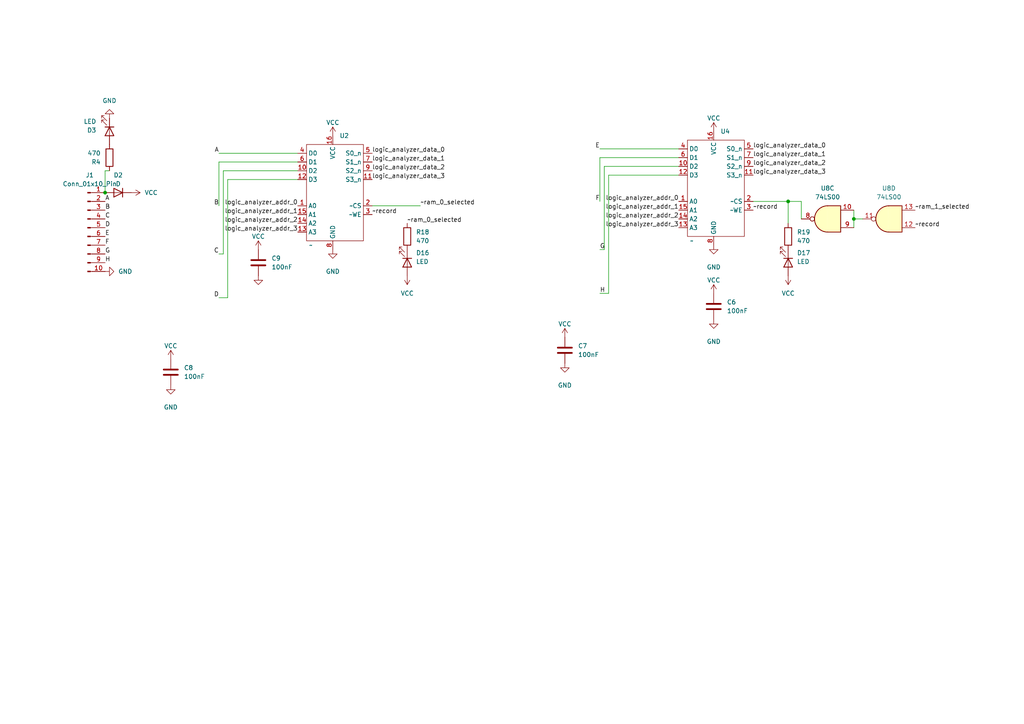
<source format=kicad_sch>
(kicad_sch (version 20230121) (generator eeschema)
  (paper "A4")
  (junction (at 44.45 -67.31))
  (junction (at 322.58 -30.48))
  (junction (at 255.27 -35.56))
  (junction (at 255.27 -43.18))
  (junction (at 228.6 58.42))
  (junction (at 64.77 -130.81))
  (junction (at 201.93 -33.02))
  (junction (at 44.45 -72.39))
  (junction (at 193.04 -43.18))
  (junction (at 44.45 -57.15))
  (junction (at 163.83 -110.49))
  (junction (at 247.65 63.5))
  (junction (at 312.42 -24.13))
  (junction (at 185.42 -33.02))
  (junction (at 255.27 -40.64))
  (junction (at 201.93 -35.56))
  (junction (at 182.88 -48.26))
  (junction (at 44.45 -69.85))
  (junction (at 255.27 -38.1))
  (junction (at 255.27 -45.72))
  (junction (at 184.15 -45.72))
  (junction (at 30.48 55.88))
  (junction (at 138.43 -35.56))
  (wire (pts (xy 255.27 -38.1) (xy 255.27 -35.56)))
  (wire (pts (xy 185.42 -35.56) (xy 185.42 -33.02)))
  (wire (pts (xy 64.77 73.66) (xy 64.77 49.53)))
  (wire (pts (xy 64.77 -130.81) (xy 67.31 -130.81)))
  (wire (pts (xy 255.27 -45.72) (xy 255.27 -43.18)))
  (wire (pts (xy 62.23 -130.81) (xy 64.77 -130.81)))
  (wire (pts (xy 152.4 -35.56) (xy 138.43 -35.56)))
  (wire (pts (xy 177.8 -48.26) (xy 182.88 -48.26)))
  (wire (pts (xy 322.58 -30.48) (xy 325.12 -30.48)))
  (wire (pts (xy 175.26 72.39) (xy 175.26 48.26)))
  (wire (pts (xy 30.48 55.88) (xy 30.48 49.53)))
  (wire (pts (xy 107.95 59.69) (xy 121.92 59.69)))
  (wire (pts (xy 175.26 -105.41) (xy 175.26 -95.25)))
  (wire (pts (xy 184.15 -45.72) (xy 201.93 -45.72)))
  (wire (pts (xy 177.8 -45.72) (xy 184.15 -45.72)))
  (wire (pts (xy 160.02 -110.49) (xy 163.83 -110.49)))
  (wire (pts (xy 63.5 73.66) (xy 64.77 73.66)))
  (wire (pts (xy 247.65 63.5) (xy 247.65 66.04)))
  (wire (pts (xy 201.93 -35.56) (xy 201.93 -38.1)))
  (wire (pts (xy 201.93 -33.02) (xy 201.93 -31.75)))
  (wire (pts (xy 74.93 -130.81) (xy 82.55 -130.81)))
  (wire (pts (xy 232.41 58.42) (xy 232.41 63.5)))
  (wire (pts (xy 309.88 -24.13) (xy 312.42 -24.13)))
  (wire (pts (xy 312.42 -24.13) (xy 314.96 -24.13)))
  (wire (pts (xy 173.99 45.72) (xy 196.85 45.72)))
  (wire (pts (xy 190.5 -107.95) (xy 208.28 -107.95)))
  (wire (pts (xy 175.26 48.26) (xy 196.85 48.26)))
  (wire (pts (xy 201.93 -31.75) (xy 193.04 -31.75)))
  (wire (pts (xy 138.43 -35.56) (xy 137.16 -35.56)))
  (wire (pts (xy 30.48 49.53) (xy 31.75 49.53)))
  (wire (pts (xy 247.65 60.96) (xy 247.65 63.5)))
  (wire (pts (xy 142.24 -30.48) (xy 142.24 -27.94)))
  (wire (pts (xy 193.04 -43.18) (xy 201.93 -43.18)))
  (wire (pts (xy 66.04 52.07) (xy 86.36 52.07)))
  (wire (pts (xy 228.6 58.42) (xy 228.6 64.77)))
  (wire (pts (xy 179.07 -38.1) (xy 179.07 -33.02)))
  (wire (pts (xy 63.5 46.99) (xy 86.36 46.99)))
  (wire (pts (xy 142.24 -30.48) (xy 152.4 -30.48)))
  (wire (pts (xy 44.45 -67.31) (xy 44.45 -64.77)))
  (wire (pts (xy 193.04 -43.18) (xy 193.04 -71.12)))
  (wire (pts (xy 255.27 -43.18) (xy 255.27 -40.64)))
  (wire (pts (xy 201.93 -38.1) (xy 179.07 -38.1)))
  (wire (pts (xy 322.58 -30.48) (xy 322.58 -29.21)))
  (wire (pts (xy 322.58 -31.75) (xy 322.58 -30.48)))
  (wire (pts (xy 173.99 43.18) (xy 196.85 43.18)))
  (wire (pts (xy 182.88 -48.26) (xy 201.93 -48.26)))
  (wire (pts (xy 218.44 58.42) (xy 228.6 58.42)))
  (wire (pts (xy 44.45 -57.15) (xy 44.45 -54.61)))
  (wire (pts (xy 44.45 -72.39) (xy 44.45 -69.85)))
  (wire (pts (xy 63.5 59.69) (xy 63.5 46.99)))
  (wire (pts (xy 255.27 -35.56) (xy 255.27 -33.02)))
  (wire (pts (xy 255.27 -48.26) (xy 255.27 -45.72)))
  (wire (pts (xy 247.65 63.5) (xy 250.19 63.5)))
  (wire (pts (xy 63.5 86.36) (xy 66.04 86.36)))
  (wire (pts (xy 255.27 -40.64) (xy 255.27 -38.1)))
  (wire (pts (xy 298.45 -24.13) (xy 302.26 -24.13)))
  (wire (pts (xy 64.77 49.53) (xy 86.36 49.53)))
  (wire (pts (xy 177.8 -43.18) (xy 193.04 -43.18)))
  (wire (pts (xy 176.53 50.8) (xy 196.85 50.8)))
  (wire (pts (xy 193.04 -31.75) (xy 193.04 -30.48)))
  (wire (pts (xy 182.88 -48.26) (xy 182.88 -71.12)))
  (wire (pts (xy 182.88 -71.12) (xy 179.07 -71.12)))
  (wire (pts (xy 228.6 58.42) (xy 232.41 58.42)))
  (wire (pts (xy 142.24 -27.94) (xy 138.43 -27.94)))
  (wire (pts (xy 63.5 44.45) (xy 86.36 44.45)))
  (wire (pts (xy 163.83 -110.49) (xy 175.26 -110.49)))
  (wire (pts (xy 184.15 -71.12) (xy 184.15 -45.72)))
  (wire (pts (xy 185.42 -33.02) (xy 185.42 -26.67)))
  (wire (pts (xy 173.99 85.09) (xy 176.53 85.09)))
  (wire (pts (xy 173.99 58.42) (xy 173.99 45.72)))
  (wire (pts (xy 176.53 85.09) (xy 176.53 50.8)))
  (wire (pts (xy 193.04 -71.12) (xy 196.85 -71.12)))
  (wire (pts (xy 44.45 -69.85) (xy 44.45 -67.31)))
  (wire (pts (xy 173.99 72.39) (xy 175.26 72.39)))
  (wire (pts (xy 66.04 86.36) (xy 66.04 52.07)))
  (wire (pts (xy 163.83 -110.49) (xy 163.83 -92.71)))
  (wire (pts (xy 184.15 -71.12) (xy 187.96 -71.12)))
  (text "Halt Latch. Flips once a rising edge \nhas been seen on the trigger and at \nleast 8 samples have been recorded." (at 200.66 -121.92 0) (effects (font (size 1.27 1.27)) (justify left bottom)))
  (text "Jumpers to manually\nchoose the select code\nfor this analyzer" (at 232.41 -22.86 0) (effects (font (size 1.27 1.27)) (justify left bottom)))
  (text "Record halt Forces the 74ls189 \nto stop writing new samples and\nprevents the trigger latch from\nclocking an additional trigger." (at 223.52 -91.44 0) (effects (font (size 1.27 1.27)) (justify left bottom)))
  (text "INPUTS\n-Eight logic probe inputs\n-Record Trigger Signal (into comparator with adj levels)\n\nCONTROL INPUTS\n-sample clock (tuned elsewhere for recording duration /speed\n-chainable serial interface to read from probe" (at -41.91 -74.93 0) (effects (font (size 1.27 1.27)) (justify left bottom)))
  (text "Trigger Latch. Reset by halt \nlatch to prevent further triggers." (at 138.43 -123.19 0) (effects (font (size 1.27 1.27)) (justify left bottom)))
  (text "Jumpers to select\nactive high or\nactive low execute\ncmd." (at 185.42 -13.97 0) (effects (font (size 1.27 1.27)) (justify left bottom)))
  (text "Serial Data output (open-drain)\n" (at 281.94 -60.96 0) (effects (font (size 1.27 1.27)) (justify left bottom)))
  (text "Im not certain if the 195\nrequires the j and k to\ngo high or just the j" (at 111.76 -27.94 0) (effects (font (size 1.27 1.27)) (justify left bottom)))
  (text "Three extra connections. \nVCC is diode-or from \nDUT or spi interface\n" (at 31.75 -118.11 0) (effects (font (size 1.27 1.27)) (justify left bottom)))
  (text "NAND gate here prevents the \nhalt latch from flipping \nuntil at least 8 samples \nhave been recorded.\n\nAdjust to bit 2 or 1 for\n4 or 2 sample mins." (at 168.91 -78.74 0) (effects (font (size 1.27 1.27)) (justify left bottom)))
  (text "note fet schematic symbol overriden to match footprint\n" (at 280.67 -57.15 0) (effects (font (size 1.27 1.27)) (justify left bottom)))
  (label "logic_analyzer_data_1" (at 107.95 46.99 0))
  (label "logic_analyzer_addr_1" (at 196.85 60.96 180))
  (label "s_clock" (at 62.23 -118.11 0))
  (label "~ram_1_selected" (at 177.8 -38.1 0))
  (label "clear_command" (at 227.33 -30.48 0))
  (label "G" (at 30.48 73.66 0))
  (label "rec_clock" (at 62.23 -113.03 0))
  (label "logic_analyzer_data_3" (at 152.4 -40.64 180))
  (label "logic_analyzer_addr_3" (at 86.36 67.31 180))
  (label "logic_analyzer_data_1" (at 152.4 -45.72 180))
  (label "~ram_0_selected" (at 205.74 -71.12 0))
  (label "logic_analyzer_addr_0" (at 69.85 -72.39 0))
  (label "logic_analyzer_addr_2" (at 196.85 63.5 180))
  (label "B" (at 30.48 60.96 0))
  (label "logic_analyzer_addr_2" (at 86.36 64.77 180))
  (label "s_cs" (at 185.42 -26.67 0))
  (label "clear_command" (at 283.21 -27.94 180))
  (label "~record_halt" (at 223.52 -105.41 0))
  (label "s_data_in" (at 62.23 -120.65 0))
  (label "rec_trig" (at 62.23 -110.49 0))
  (label "s_clock" (at 152.4 -33.02 180))
  (label "~ram_1_selected" (at 298.45 -24.13 180))
  (label "logic_analyzer_addr_0" (at 196.85 58.42 180))
  (label "~ram_0_selected" (at 118.11 64.77 0))
  (label "s_data_out" (at 62.23 -123.19 0))
  (label "s_data_in" (at 137.16 -35.56 180))
  (label "~record" (at 265.43 66.04 0))
  (label "logic_analyzer_data_0" (at 152.4 -48.26 180))
  (label "~record_halt" (at 152.4 -100.33 270))
  (label "G" (at 173.99 72.39 0))
  (label "~record" (at 223.52 -110.49 0))
  (label "logic_analyzer_addr_1" (at 86.36 62.23 180))
  (label "logic_analyzer_addr_3" (at 127 -78.74 90))
  (label "A" (at 30.48 58.42 0))
  (label "card_selected" (at 152.4 -25.4 180))
  (label "clear_command" (at 215.9 -100.33 270))
  (label "C" (at 30.48 63.5 0))
  (label "H" (at 30.48 76.2 0))
  (label "logic_analyzer_data_2" (at 218.44 48.26 0))
  (label "B" (at 63.5 59.69 180))
  (label "clear_command" (at 36.83 -46.99 180))
  (label "E" (at 30.48 68.58 0))
  (label "~record" (at 226.06 -88.9 0))
  (label "rec_clock" (at 44.45 -52.07 180))
  (label "~ram_1_selected" (at 265.43 60.96 0))
  (label "clear_command" (at 152.4 -22.86 180))
  (label "logic_analyzer_addr_1" (at 106.68 -78.74 90))
  (label "logic_analyzer_data_1" (at 218.44 45.72 0))
  (label "logic_analyzer_addr_2" (at 116.84 -78.74 90))
  (label "H" (at 173.99 85.09 0))
  (label "F" (at 173.99 58.42 180))
  (label "logic_analyzer_data_3" (at 218.44 50.8 0))
  (label "logic_analyzer_data_2" (at 152.4 -43.18 180))
  (label "card_selected" (at 255.27 -45.72 0))
  (label "rec_trig" (at 144.78 -107.95 180))
  (label "logic_analyzer_addr_0" (at 97.79 -78.74 90))
  (label "logic_analyzer_data_3" (at 107.95 52.07 0))
  (label "C" (at 63.5 73.66 180))
  (label "s_data_out" (at 325.12 -30.48 0))
  (label "logic_analyzer_addr_3" (at 69.85 -64.77 0))
  (label "card_selected" (at 273.05 -31.75 180))
  (label "~ram_0_selected" (at 121.92 59.69 0))
  (label "logic_analyzer_addr_1" (at 69.85 -69.85 0))
  (label "logic_analyzer_addr_0" (at 86.36 59.69 180))
  (label "~ram_0_selected" (at 177.8 -40.64 0))
  (label "D" (at 30.48 66.04 0))
  (label "logic_analyzer_addr_3" (at 196.85 66.04 180))
  (label "s_cs" (at 62.23 -115.57 0))
  (label "E" (at 173.99 43.18 180))
  (label "logic_analyzer_data_0" (at 218.44 43.18 0))
  (label "A" (at 63.5 44.45 180))
  (label "logic_analyzer_data_2" (at 107.95 49.53 0))
  (label "rec_trig" (at 143.51 -102.87 180))
  (label "logic_analyzer_addr_2" (at 69.85 -67.31 0))
  (label "~record" (at 218.44 60.96 0))
  (label "~record" (at 107.95 62.23 0))
  (label "D" (at 63.5 86.36 180))
  (label "F" (at 30.48 71.12 0))
  (label "logic_analyzer_addr_3" (at 175.26 -95.25 180))
  (label "logic_analyzer_data_0" (at 107.95 44.45 0))
  (symbol (lib_id "Device:R") (at 163.83 -88.9 180) (unit 1)
    (property "Reference" "R12" (at 166.37 -90.17 0) (effects (justify right)))
    (property "Value" "470" (at 166.37 -87.63 0) (effects (justify right)))
    (property "Footprint" "Resistor_SMD:R_0603_1608Metric_Pad0.98x0.95mm_HandSolder" (effects hide))
  )
  (symbol (lib_id "Device:C") (at 74.93 76.2 0) (unit 1)
    (property "Reference" "C9" (at 78.74 74.93 0) (effects (justify left)))
    (property "Value" "100nF" (at 78.74 77.47 0) (effects (justify left)))
    (property "Footprint" "Capacitor_THT:C_Disc_D4.7mm_W2.5mm_P5.00mm" (effects hide))
  )
  (symbol (lib_id "power:GND") (at 207.01 92.71 0) (unit 1)
    (property "Reference" "#PWR041" (effects hide))
    (property "Value" "GND" (at 207.01 99.06 0))
  )
  (symbol (lib_id "power:GND") (at 280.67 -97.79 0) (unit 1)
    (property "Reference" "#PWR019" (effects hide))
    (property "Value" "GND" (at 280.67 -91.44 0))
  )
  (symbol (lib_id "power:VCC") (at 283.21 -43.18 0) (unit 1)
    (property "Reference" "#PWR055" (effects hide))
    (property "Value" "VCC" (at 283.21 -49.53 0))
  )
  (symbol (lib_id "my parts:74ls189") (at 88.9 41.91 0) (unit 1)
    (property "Reference" "U2" (at 98.4759 39.37 0) (effects (justify left)))
    (property "Value" "~" (at 90.17 71.12 0))
    (property "Footprint" "Package_DIP:DIP-16_W7.62mm_Socket" (effects hide))
  )
  (symbol (lib_id "power:GND") (at 163.83 -77.47 0) (unit 1)
    (property "Reference" "#PWR060" (effects hide))
    (property "Value" "GND" (at 163.83 -72.39 0))
  )
  (symbol (lib_id "power:VCC") (at 44.45 -59.69 90) (unit 1)
    (property "Reference" "#PWR032" (effects hide))
    (property "Value" "VCC" (at 40.64 -59.69 90) (effects (justify left)))
  )
  (symbol (lib_id "Device:R") (at 106.68 -74.93 180) (unit 1)
    (property "Reference" "R15" (at 109.22 -76.2 0) (effects (justify right)))
    (property "Value" "470" (at 109.22 -73.66 0) (effects (justify right)))
    (property "Footprint" "Resistor_SMD:R_0603_1608Metric_Pad0.98x0.95mm_HandSolder" (effects hide))
  )
  (symbol (lib_id "power:VCC") (at 82.55 -120.65 0) (unit 1)
    (property "Reference" "#PWR052" (effects hide))
    (property "Value" "VCC" (at 82.55 -124.46 0))
  )
  (symbol (lib_id "power:GND") (at 82.55 -113.03 0) (unit 1)
    (property "Reference" "#PWR053" (effects hide))
    (property "Value" "GND" (at 82.55 -106.68 0))
  )
  (symbol (lib_id "power:GND") (at 322.58 -19.05 0) (unit 1)
    (property "Reference" "#PWR07" (effects hide))
    (property "Value" "GND" (at 322.58 -13.97 0))
  )
  (symbol (lib_id "power:GND") (at 207.01 71.12 0) (unit 1)
    (property "Reference" "#PWR012" (effects hide))
    (property "Value" "GND" (at 207.01 77.47 0))
  )
  (symbol (lib_id "power:VCC") (at 179.07 -25.4 180) (unit 1)
    (property "Reference" "#PWR069" (effects hide))
    (property "Value" "VCC" (at 179.07 -19.05 0))
  )
  (symbol (lib_id "power:GND") (at 74.93 80.01 0) (unit 1)
    (property "Reference" "#PWR037" (effects hide))
    (property "Value" "GND" (effects hide))
  )
  (symbol (lib_id "power:GND") (at 64.77 -146.05 180) (unit 1)
    (property "Reference" "#PWR08" (effects hide))
    (property "Value" "GND" (at 64.77 -151.13 0))
  )
  (symbol (lib_id "74xx:74LS00") (at 257.81 63.5 180) (unit 4)
    (property "Reference" "U8" (at 257.8183 54.61 0))
    (property "Value" "74LS00" (at 257.8183 57.15 0))
    (property "Footprint" "Package_DIP:DIP-14_W7.62mm" (effects hide))
    (property "Datasheet" "http://www.ti.com/lit/gpn/sn74ls00" (effects hide))
  )
  (symbol (lib_id "Device:R") (at 193.04 -26.67 180) (unit 1)
    (property "Reference" "R23" (at 195.58 -27.94 0) (effects (justify right)))
    (property "Value" "470" (at 195.58 -25.4 0) (effects (justify right)))
    (property "Footprint" "Resistor_SMD:R_0603_1608Metric_Pad0.98x0.95mm_HandSolder" (effects hide))
  )
  (symbol (lib_id "74xx:74LS195") (at 165.1 -35.56 0) (unit 1)
    (property "Reference" "U5" (at 167.0559 -54.61 0) (effects (justify left)))
    (property "Value" "74LS195" (at 167.0559 -52.07 0) (effects (justify left)))
    (property "Footprint" "Package_DIP:DIP-16_W7.62mm" (effects hide))
    (property "Datasheet" "http://www.ti.com/lit/gpn/sn74LS195" (effects hide))
  )
  (symbol (lib_id "Device:R") (at 40.64 -46.99 270) (unit 1)
    (property "Reference" "R21" (at 40.64 -52.07 90))
    (property "Value" "0" (at 40.64 -49.53 90))
    (property "Footprint" "Resistor_SMD:R_0603_1608Metric" (effects hide))
  )
  (symbol (lib_id "Device:LED") (at 205.74 -59.69 90) (unit 1)
    (property "Reference" "D9" (at 209.55 -59.3725 90) (effects (justify right)))
    (property "Value" "LED" (at 209.55 -56.8325 90) (effects (justify right)))
    (property "Footprint" "LED_SMD:LED_0603_1608Metric_Pad1.05x0.95mm_HandSolder" (effects hide))
  )
  (symbol (lib_id "Device:R") (at 64.77 -142.24 0) (unit 1)
    (property "Reference" "R20" (at 62.23 -140.97 0) (effects (justify right)))
    (property "Value" "470" (at 62.23 -143.51 0) (effects (justify right)))
    (property "Footprint" "Resistor_SMD:R_0603_1608Metric_Pad0.98x0.95mm_HandSolder" (effects hide))
  )
  (symbol (lib_id "power:VCC") (at 152.4 -115.57 0) (unit 1)
    (property "Reference" "#PWR023" (effects hide))
    (property "Value" "VCC" (at 152.4 -119.38 0))
  )
  (symbol (lib_id "power:GND") (at 205.74 -55.88 0) (unit 1)
    (property "Reference" "#PWR059" (effects hide))
    (property "Value" "GND" (at 205.74 -50.8 0))
  )
  (symbol (lib_id "Device:D") (at 34.29 55.88 180) (unit 1)
    (property "Reference" "D2" (at 34.29 50.8 0))
    (property "Value" "D" (at 34.29 53.34 0))
    (property "Footprint" "Diode_THT:D_DO-41_SOD81_P7.62mm_Horizontal" (effects hide))
    (property "Sim.Device" "D" (effects hide))
    (property "Sim.Pins" "1=K 2=A" (effects hide))
  )
  (symbol (lib_id "power:VCC") (at 280.67 -118.11 0) (unit 1)
    (property "Reference" "#PWR020" (effects hide))
    (property "Value" "VCC" (at 280.67 -121.92 0))
  )
  (symbol (lib_id "power:GND") (at 323.85 -99.06 0) (unit 1)
    (property "Reference" "#PWR051" (effects hide))
    (property "Value" "GND" (at 323.85 -92.71 0))
  )
  (symbol (lib_id "power:VCC") (at 96.52 39.37 0) (unit 1)
    (property "Reference" "#PWR05" (effects hide))
    (property "Value" "VCC" (at 96.52 35.56 0))
  )
  (symbol (lib_id "Connector:Conn_01x07_Pin") (at 232.41 -40.64 180) (unit 1)
    (property "Reference" "J3" (at 233.68 -41.91 0) (effects (justify right)))
    (property "Value" "Conn_01x07_Pin" (at 233.68 -39.37 0) (effects (justify right)))
    (property "Footprint" "Connector_PinHeader_2.54mm:PinHeader_1x07_P2.54mm_Vertical" (effects hide))
  )
  (symbol (lib_id "Device:R") (at 31.75 45.72 0) (unit 1)
    (property "Reference" "R4" (at 29.21 46.99 0) (effects (justify right)))
    (property "Value" "470" (at 29.21 44.45 0) (effects (justify right)))
    (property "Footprint" "Resistor_SMD:R_0603_1608Metric_Pad0.98x0.95mm_HandSolder" (effects hide))
  )
  (symbol (lib_id "power:VCC") (at 38.1 55.88 270) (unit 1)
    (property "Reference" "#PWR013" (effects hide))
    (property "Value" "VCC" (at 41.91 55.88 90) (effects (justify left)))
  )
  (symbol (lib_id "Device:LED") (at 97.79 -67.31 90) (unit 1)
    (property "Reference" "D12" (at 101.6 -66.9925 90) (effects (justify right)))
    (property "Value" "LED" (at 101.6 -64.4525 90) (effects (justify right)))
    (property "Footprint" "LED_SMD:LED_0603_1608Metric_Pad1.05x0.95mm_HandSolder" (effects hide))
  )
  (symbol (lib_id "power:VCC") (at 163.83 97.79 0) (unit 1)
    (property "Reference" "#PWR038" (effects hide))
    (property "Value" "VCC" (at 163.83 93.98 0))
  )
  (symbol (lib_id "Device:R") (at 127 -74.93 180) (unit 1)
    (property "Reference" "R17" (at 129.54 -76.2 0) (effects (justify right)))
    (property "Value" "470" (at 129.54 -73.66 0) (effects (justify right)))
    (property "Footprint" "Resistor_SMD:R_0603_1608Metric_Pad0.98x0.95mm_HandSolder" (effects hide))
  )
  (symbol (lib_id "power:VCC") (at 165.1 -55.88 0) (unit 1)
    (property "Reference" "#PWR015" (effects hide))
    (property "Value" "VCC" (at 165.1 -59.69 0))
  )
  (symbol (lib_id "power:GND") (at 201.93 -30.48 0) (unit 1)
    (property "Reference" "#PWR031" (effects hide))
    (property "Value" "GND" (at 201.93 -24.13 0))
  )
  (symbol (lib_id "Device:LED") (at 283.21 -39.37 90) (unit 1)
    (property "Reference" "D5" (at 280.67 -36.5125 90) (effects (justify left)))
    (property "Value" "LED" (at 280.67 -39.0525 90) (effects (justify left)))
    (property "Footprint" "LED_SMD:LED_0603_1608Metric_Pad1.05x0.95mm_HandSolder" (effects hide))
  )
  (symbol (lib_id "Connector:Conn_01x10_Pin") (at 57.15 -120.65 0) (unit 1)
    (property "Reference" "J2" (at 57.785 -135.89 0))
    (property "Value" "Conn_01x10_Pin" (at 57.785 -133.35 0))
    (property "Footprint" "Connector_PinHeader_2.54mm:PinHeader_1x10_P2.54mm_Vertical" (effects hide))
  )
  (symbol (lib_id "power:GND") (at 309.88 -41.91 0) (unit 1)
    (property "Reference" "#PWR02" (effects hide))
    (property "Value" "GND" (at 309.88 -36.83 0))
  )
  (symbol (lib_id "Connector:Conn_01x10_Pin") (at 25.4 66.04 0) (unit 1)
    (property "Reference" "J1" (at 26.035 50.8 0))
    (property "Value" "Conn_01x10_Pin" (at 26.035 53.34 0))
    (property "Footprint" "Connector_PinHeader_2.54mm:PinHeader_1x10_P2.54mm_Vertical" (effects hide))
  )
  (symbol (lib_id "power:GND") (at 127 -63.5 0) (unit 1)
    (property "Reference" "#PWR065" (effects hide))
    (property "Value" "GND" (at 127 -58.42 0))
  )
  (symbol (lib_id "Device:LED") (at 196.85 -59.69 90) (unit 1)
    (property "Reference" "D8" (at 200.66 -59.3725 90) (effects (justify right)))
    (property "Value" "LED" (at 200.66 -56.8325 90) (effects (justify right)))
    (property "Footprint" "LED_SMD:LED_0603_1608Metric_Pad1.05x0.95mm_HandSolder" (effects hide))
  )
  (symbol (lib_id "power:VCC") (at 57.15 -80.01 0) (unit 1)
    (property "Reference" "#PWR027" (effects hide))
    (property "Value" "VCC" (at 57.15 -83.82 0))
  )
  (symbol (lib_id "Device:R") (at 312.42 -20.32 180) (unit 1)
    (property "Reference" "R2" (at 314.96 -21.59 0) (effects (justify right)))
    (property "Value" "10k" (at 314.96 -19.05 0) (effects (justify right)))
    (property "Footprint" "Resistor_SMD:R_0603_1608Metric" (effects hide))
  )
  (symbol (lib_id "power:VCC") (at 228.6 80.01 180) (unit 1)
    (property "Reference" "#PWR066" (effects hide))
    (property "Value" "VCC" (at 228.6 85.09 0))
  )
  (symbol (lib_id "power:GND") (at 312.42 -16.51 0) (unit 1)
    (property "Reference" "#PWR03" (effects hide))
    (property "Value" "GND" (at 312.42 -11.43 0))
  )
  (symbol (lib_id "power:GND") (at 96.52 72.39 0) (unit 1)
    (property "Reference" "#PWR06" (effects hide))
    (property "Value" "GND" (at 96.52 78.74 0))
  )
  (symbol (lib_id "power:GND") (at 116.84 -63.5 0) (unit 1)
    (property "Reference" "#PWR064" (effects hide))
    (property "Value" "GND" (at 116.84 -58.42 0))
  )
  (symbol (lib_id "Device:R") (at 116.84 -74.93 180) (unit 1)
    (property "Reference" "R16" (at 119.38 -76.2 0) (effects (justify right)))
    (property "Value" "470" (at 119.38 -73.66 0) (effects (justify right)))
    (property "Footprint" "Resistor_SMD:R_0603_1608Metric_Pad0.98x0.95mm_HandSolder" (effects hide))
  )
  (symbol (lib_id "power:GND") (at 196.85 -55.88 0) (unit 1)
    (property "Reference" "#PWR058" (effects hide))
    (property "Value" "GND" (at 196.85 -50.8 0))
  )
  (symbol (lib_id "Device:LED") (at 226.06 -77.47 90) (unit 1)
    (property "Reference" "D11" (at 229.87 -77.1525 90) (effects (justify right)))
    (property "Value" "LED" (at 229.87 -74.6125 90) (effects (justify right)))
    (property "Footprint" "LED_SMD:LED_0603_1608Metric_Pad1.05x0.95mm_HandSolder" (effects hide))
  )
  (symbol (lib_id "Device:LED") (at 228.6 76.2 270) (unit 1)
    (property "Reference" "D17" (at 231.14 73.3425 90) (effects (justify left)))
    (property "Value" "LED" (at 231.14 75.8825 90) (effects (justify left)))
    (property "Footprint" "LED_SMD:LED_0603_1608Metric_Pad1.05x0.95mm_HandSolder" (effects hide))
  )
  (symbol (lib_id "Device:LED") (at 31.75 38.1 270) (unit 1)
    (property "Reference" "D3" (at 27.94 37.7825 90) (effects (justify right)))
    (property "Value" "LED" (at 27.94 35.2425 90) (effects (justify right)))
    (property "Footprint" "LED_SMD:LED_0603_1608Metric_Pad1.05x0.95mm_HandSolder" (effects hide))
  )
  (symbol (lib_id "power:VCC") (at 215.9 -115.57 0) (unit 1)
    (property "Reference" "#PWR030" (effects hide))
    (property "Value" "VCC" (at 215.9 -119.38 0))
  )
  (symbol (lib_id "power:GND") (at 193.04 -22.86 0) (unit 1)
    (property "Reference" "#PWR068" (effects hide))
    (property "Value" "GND" (at 193.04 -16.51 0))
  )
  (symbol (lib_id "Device:R") (at 226.06 -85.09 180) (unit 1)
    (property "Reference" "R13" (at 228.6 -86.36 0) (effects (justify right)))
    (property "Value" "470" (at 228.6 -83.82 0) (effects (justify right)))
    (property "Footprint" "Resistor_SMD:R_0603_1608Metric_Pad0.98x0.95mm_HandSolder" (effects hide))
  )
  (symbol (lib_id "Device:LED") (at 127 -67.31 90) (unit 1)
    (property "Reference" "D15" (at 130.81 -66.9925 90) (effects (justify right)))
    (property "Value" "LED" (at 130.81 -64.4525 90) (effects (justify right)))
    (property "Footprint" "LED_SMD:LED_0603_1608Metric_Pad1.05x0.95mm_HandSolder" (effects hide))
  )
  (symbol (lib_id "Device:R") (at 322.58 -35.56 180) (unit 1)
    (property "Reference" "R3" (at 325.12 -36.83 0) (effects (justify right)))
    (property "Value" "10k" (at 325.12 -34.29 0) (effects (justify right)))
    (property "Footprint" "Resistor_SMD:R_0603_1608Metric" (effects hide))
  )
  (symbol (lib_id "power:VCC") (at 207.01 85.09 0) (unit 1)
    (property "Reference" "#PWR040" (effects hide))
    (property "Value" "VCC" (at 207.01 81.28 0))
  )
  (symbol (lib_id "power:VCC") (at 214.63 -55.88 0) (unit 1)
    (property "Reference" "#PWR017" (effects hide))
    (property "Value" "VCC" (at 214.63 -59.69 0))
  )
  (symbol (lib_id "power:GND") (at 179.07 -55.88 0) (unit 1)
    (property "Reference" "#PWR056" (effects hide))
    (property "Value" "GND" (at 179.07 -50.8 0))
  )
  (symbol (lib_id "power:GND") (at 30.48 78.74 90) (unit 1)
    (property "Reference" "#PWR014" (effects hide))
    (property "Value" "GND" (at 34.29 78.74 90) (effects (justify right)))
  )
  (symbol (lib_id "Device:C") (at 207.01 88.9 0) (unit 1)
    (property "Reference" "C6" (at 210.82 87.63 0) (effects (justify left)))
    (property "Value" "100nF" (at 210.82 90.17 0) (effects (justify left)))
    (property "Footprint" "Capacitor_THT:C_Disc_D4.7mm_W2.5mm_P5.00mm" (effects hide))
  )
  (symbol (lib_id "Device:C") (at 265.43 -105.41 0) (unit 1)
    (property "Reference" "C4" (at 269.24 -106.68 0) (effects (justify left)))
    (property "Value" "100nF" (at 269.24 -104.14 0) (effects (justify left)))
    (property "Footprint" "Capacitor_THT:C_Disc_D4.7mm_W2.5mm_P5.00mm" (effects hide))
  )
  (symbol (lib_id "Device:C") (at 82.55 -116.84 0) (unit 1)
    (property "Reference" "C10" (at 86.36 -118.11 0) (effects (justify left)))
    (property "Value" "1uF" (at 86.36 -115.57 0) (effects (justify left)))
    (property "Footprint" "Capacitor_THT:C_Disc_D4.7mm_W2.5mm_P5.00mm" (effects hide))
  )
  (symbol (lib_id "Device:R") (at 97.79 -74.93 180) (unit 1)
    (property "Reference" "R14" (at 100.33 -76.2 0) (effects (justify right)))
    (property "Value" "470" (at 100.33 -73.66 0) (effects (justify right)))
    (property "Footprint" "Resistor_SMD:R_0603_1608Metric_Pad0.98x0.95mm_HandSolder" (effects hide))
  )
  (symbol (lib_id "power:GND") (at 226.06 -10.16 0) (unit 1)
    (property "Reference" "#PWR043" (effects hide))
    (property "Value" "GND" (at 226.06 -3.81 0))
  )
  (symbol (lib_id "power:VCC") (at 208.28 -110.49 90) (unit 1)
    (property "Reference" "#PWR029" (effects hide))
    (property "Value" "VCC" (at 204.47 -110.49 90) (effects (justify left)))
  )
  (symbol (lib_id "Device:LED") (at 187.96 -59.69 90) (unit 1)
    (property "Reference" "D7" (at 191.77 -59.3725 90) (effects (justify right)))
    (property "Value" "LED" (at 191.77 -56.8325 90) (effects (justify right)))
    (property "Footprint" "LED_SMD:LED_0603_1608Metric_Pad1.05x0.95mm_HandSolder" (effects hide))
  )
  (symbol (lib_id "Connector:Conn_01x02_Pin") (at 67.31 -125.73 180) (unit 1)
    (property "Reference" "J7" (at 68.58 -128.27 0) (effects (justify right)))
    (property "Value" "Conn_01x02_Pin" (at 68.58 -125.73 0) (effects (justify right)))
    (property "Footprint" "Connector_PinHeader_2.54mm:PinHeader_1x02_P2.54mm_Vertical" (effects hide))
  )
  (symbol (lib_id "Device:R") (at 118.11 68.58 180) (unit 1)
    (property "Reference" "R18" (at 120.65 67.31 0) (effects (justify right)))
    (property "Value" "470" (at 120.65 69.85 0) (effects (justify right)))
    (property "Footprint" "Resistor_SMD:R_0603_1608Metric_Pad0.98x0.95mm_HandSolder" (effects hide))
  )
  (symbol (lib_id "Device:C") (at 49.53 107.95 0) (unit 1)
    (property "Reference" "C8" (at 53.34 106.68 0) (effects (justify left)))
    (property "Value" "100nF" (at 53.34 109.22 0) (effects (justify left)))
    (property "Footprint" "Capacitor_THT:C_Disc_D4.7mm_W2.5mm_P5.00mm" (effects hide))
  )
  (symbol (lib_id "power:GND") (at 49.53 111.76 0) (unit 1)
    (property "Reference" "#PWR034" (effects hide))
    (property "Value" "GND" (at 49.53 118.11 0))
  )
  (symbol (lib_id "my parts:74ls189") (at 199.39 40.64 0) (unit 1)
    (property "Reference" "U4" (at 208.9659 38.1 0) (effects (justify left)))
    (property "Value" "~" (at 200.66 69.85 0))
    (property "Footprint" "Package_DIP:DIP-16_W7.62mm_Socket" (effects hide))
  )
  (symbol (lib_id "power:GND") (at 306.07 -95.25 0) (unit 1)
    (property "Reference" "#PWR025" (effects hide))
    (property "Value" "GND" (at 306.07 -88.9 0))
  )
  (symbol (lib_id "Device:LED") (at 273.05 -43.18 90) (unit 1)
    (property "Reference" "D4" (at 270.51 -40.3225 90) (effects (justify left)))
    (property "Value" "LED" (at 270.51 -42.8625 90) (effects (justify left)))
    (property "Footprint" "LED_SMD:LED_0603_1608Metric_Pad1.05x0.95mm_HandSolder" (effects hide))
  )
  (symbol (lib_id "Device:R") (at 306.07 -24.13 90) (unit 1)
    (property "Reference" "R1" (at 306.07 -30.48 90))
    (property "Value" "4.7" (at 306.07 -27.94 90))
    (property "Footprint" "Resistor_SMD:R_0603_1608Metric" (effects hide))
  )
  (symbol (lib_id "power:GND") (at 31.75 34.29 180) (unit 1)
    (property "Reference" "#PWR09" (effects hide))
    (property "Value" "GND" (at 31.75 29.21 0))
  )
  (symbol (lib_id "Device:R") (at 196.85 -67.31 180) (unit 1)
    (property "Reference" "R10" (at 199.39 -68.58 0) (effects (justify right)))
    (property "Value" "470" (at 199.39 -66.04 0) (effects (justify right)))
    (property "Footprint" "Resistor_SMD:R_0603_1608Metric_Pad0.98x0.95mm_HandSolder" (effects hide))
  )
  (symbol (lib_id "power:VCC") (at 176.53 -19.05 0) (unit 1)
    (property "Reference" "#PWR044" (effects hide))
    (property "Value" "VCC" (at 176.53 -22.86 0))
  )
  (symbol (lib_id "Device:LED") (at 106.68 -67.31 90) (unit 1)
    (property "Reference" "D13" (at 110.49 -66.9925 90) (effects (justify right)))
    (property "Value" "LED" (at 110.49 -64.4525 90) (effects (justify right)))
    (property "Footprint" "LED_SMD:LED_0603_1608Metric_Pad1.05x0.95mm_HandSolder" (effects hide))
  )
  (symbol (lib_id "power:VCC") (at 49.53 104.14 0) (unit 1)
    (property "Reference" "#PWR035" (effects hide))
    (property "Value" "VCC" (at 49.53 100.33 0))
  )
  (symbol (lib_id "power:VCC") (at 226.06 -17.78 0) (unit 1)
    (property "Reference" "#PWR042" (effects hide))
    (property "Value" "VCC" (at 226.06 -21.59 0))
  )
  (symbol (lib_id "power:GND") (at 226.06 -73.66 0) (unit 1)
    (property "Reference" "#PWR061" (effects hide))
    (property "Value" "GND" (at 226.06 -68.58 0))
  )
  (symbol (lib_id "power:GND") (at 97.79 -63.5 0) (unit 1)
    (property "Reference" "#PWR062" (effects hide))
    (property "Value" "GND" (at 97.79 -58.42 0))
  )
  (symbol (lib_id "power:VCC") (at 72.39 -48.26 0) (unit 1)
    (property "Reference" "#PWR046" (effects hide))
    (property "Value" "VCC" (at 72.39 -52.07 0))
  )
  (symbol (lib_id "power:GND") (at 214.63 -22.86 0) (unit 1)
    (property "Reference" "#PWR018" (effects hide))
    (property "Value" "GND" (at 214.63 -16.51 0))
  )
  (symbol (lib_id "power:GND") (at 62.23 -107.95 0) (unit 1)
    (property "Reference" "#PWR022" (effects hide))
    (property "Value" "GND" (at 62.23 -101.6 0))
  )
  (symbol (lib_id "power:VCC") (at 309.88 -49.53 0) (unit 1)
    (property "Reference" "#PWR01" (effects hide))
    (property "Value" "VCC" (at 309.88 -53.34 0))
  )
  (symbol (lib_id "Device:C") (at 323.85 -102.87 0) (unit 1)
    (property "Reference" "C5" (at 327.66 -104.14 0) (effects (justify left)))
    (property "Value" "100nF" (at 327.66 -101.6 0) (effects (justify left)))
    (property "Footprint" "Capacitor_THT:C_Disc_D4.7mm_W2.5mm_P5.00mm" (effects hide))
  )
  (symbol (lib_id "power:VCC") (at 207.01 38.1 0) (unit 1)
    (property "Reference" "#PWR011" (effects hide))
    (property "Value" "VCC" (at 207.01 34.29 0))
  )
  (symbol (lib_id "power:VCC") (at 44.45 -57.15 90) (unit 1)
    (property "Reference" "#PWR033" (effects hide))
    (property "Value" "VCC" (at 40.64 -57.15 90) (effects (justify left)))
  )
  (symbol (lib_id "Device:LED") (at 179.07 -59.69 90) (unit 1)
    (property "Reference" "D6" (at 182.88 -59.3725 90) (effects (justify right)))
    (property "Value" "LED" (at 182.88 -56.8325 90) (effects (justify right)))
    (property "Footprint" "LED_SMD:LED_0603_1608Metric_Pad1.05x0.95mm_HandSolder" (effects hide))
  )
  (symbol (lib_id "Device:R") (at 283.21 -31.75 0) (unit 1)
    (property "Reference" "R7" (at 280.67 -30.48 0) (effects (justify right)))
    (property "Value" "470" (at 280.67 -33.02 0) (effects (justify right)))
    (property "Footprint" "Resistor_SMD:R_0603_1608Metric_Pad0.98x0.95mm_HandSolder" (effects hide))
  )
  (symbol (lib_id "Device:LED") (at 64.77 -134.62 270) (unit 1)
    (property "Reference" "D18" (at 60.96 -134.9375 90) (effects (justify right)))
    (property "Value" "LED" (at 60.96 -137.4775 90) (effects (justify right)))
    (property "Footprint" "LED_SMD:LED_0603_1608Metric_Pad1.05x0.95mm_HandSolder" (effects hide))
  )
  (symbol (lib_id "power:GND") (at 44.45 -72.39 270) (unit 1)
    (property "Reference" "#PWR028" (effects hide))
    (property "Value" "GND" (at 40.64 -72.39 90) (effects (justify right)))
  )
  (symbol (lib_id "power:GND") (at 265.43 -101.6 0) (unit 1)
    (property "Reference" "#PWR049" (effects hide))
    (property "Value" "GND" (at 265.43 -95.25 0))
  )
  (symbol (lib_id "Device:C") (at 163.83 101.6 0) (unit 1)
    (property "Reference" "C7" (at 167.64 100.33 0) (effects (justify left)))
    (property "Value" "100nF" (at 167.64 102.87 0) (effects (justify left)))
    (property "Footprint" "Capacitor_THT:C_Disc_D4.7mm_W2.5mm_P5.00mm" (effects hide))
  )
  (symbol (lib_id "power:VCC") (at 306.07 -120.65 0) (unit 1)
    (property "Reference" "#PWR024" (effects hide))
    (property "Value" "VCC" (at 306.07 -124.46 0))
  )
  (symbol (lib_id "Connector:Conn_01x01_Pin") (at 138.43 -102.87 0) (unit 1)
    (property "Reference" "J8" (at 139.065 -106.68 0))
    (property "Value" "Conn_01x01_Pin" (at 139.065 -104.14 0))
    (property "Footprint" "Connector_PinHeader_2.54mm:PinHeader_1x01_P2.54mm_Vertical" (effects hide))
  )
  (symbol (lib_id "Device:D") (at 71.12 -130.81 180) (unit 1)
    (property "Reference" "D1" (at 71.12 -135.89 0))
    (property "Value" "D" (at 71.12 -133.35 0))
    (property "Footprint" "Diode_THT:D_DO-41_SOD81_P7.62mm_Horizontal" (effects hide))
    (property "Sim.Device" "D" (effects hide))
    (property "Sim.Pins" "1=K 2=A" (effects hide))
  )
  (symbol (lib_id "Transistor_FET:FDG1024NZ") (at 320.04 -24.13 0) (unit 2)
    (property "Reference" "Q1" (at 326.39 -25.4 0) (effects (justify left)))
    (property "Value" "FDG1024NZ" (at 326.39 -22.86 0) (effects (justify left)))
    (property "Footprint" "Package_TO_SOT_SMD:SOT-23-6_Handsoldering" (effects hide))
    (property "Datasheet" "https://www.onsemi.com/pub/Collateral/FDG1024NZ-D.pdf" (effects hide))
  )
  (symbol (lib_id "Connector:Conn_01x02_Pin") (at 196.85 -35.56 0) (unit 1)
    (property "Reference" "J5" (at 197.485 -39.37 0))
    (property "Value" "Conn_01x02_Pin" (at 197.485 -36.83 0))
    (property "Footprint" "Connector_PinHeader_2.54mm:PinHeader_1x02_P2.54mm_Vertical" (effects hide))
  )
  (symbol (lib_id "Device:R") (at 187.96 -67.31 180) (unit 1)
    (property "Reference" "R9" (at 190.5 -68.58 0) (effects (justify right)))
    (property "Value" "470" (at 190.5 -66.04 0) (effects (justify right)))
    (property "Footprint" "Resistor_SMD:R_0603_1608Metric_Pad0.98x0.95mm_HandSolder" (effects hide))
  )
  (symbol (lib_id "Device:LED") (at 118.11 76.2 270) (unit 1)
    (property "Reference" "D16" (at 120.65 73.3425 90) (effects (justify left)))
    (property "Value" "LED" (at 120.65 75.8825 90) (effects (justify left)))
    (property "Footprint" "LED_SMD:LED_0603_1608Metric_Pad1.05x0.95mm_HandSolder" (effects hide))
  )
  (symbol (lib_id "power:VCC") (at 118.11 80.01 180) (unit 1)
    (property "Reference" "#PWR067" (effects hide))
    (property "Value" "VCC" (at 118.11 85.09 0))
  )
  (symbol (lib_id "74xx:74LS00") (at 240.03 63.5 180) (unit 3)
    (property "Reference" "U8" (at 240.0383 54.61 0))
    (property "Value" "74LS00" (at 240.0383 57.15 0))
    (property "Footprint" "Package_DIP:DIP-14_W7.62mm" (effects hide))
    (property "Datasheet" "http://www.ti.com/lit/gpn/sn74ls00" (effects hide))
  )
  (symbol (lib_id "power:VCC") (at 265.43 -109.22 0) (unit 1)
    (property "Reference" "#PWR048" (effects hide))
    (property "Value" "VCC" (at 265.43 -113.03 0))
  )
  (symbol (lib_id "power:GND") (at 72.39 -40.64 0) (unit 1)
    (property "Reference" "#PWR047" (effects hide))
    (property "Value" "GND" (at 72.39 -34.29 0))
  )
  (symbol (lib_id "74xx:74LS00") (at 306.07 -107.95 0) (unit 5)
    (property "Reference" "U8" (at 312.42 -109.22 0) (effects (justify left)))
    (property "Value" "74LS00" (at 312.42 -106.68 0) (effects (justify left)))
    (property "Footprint" "Package_DIP:DIP-14_W7.62mm" (effects hide))
    (property "Datasheet" "http://www.ti.com/lit/gpn/sn74ls00" (effects hide))
  )
  (symbol (lib_id "Device:R") (at 179.07 -67.31 180) (unit 1)
    (property "Reference" "R8" (at 181.61 -68.58 0) (effects (justify right)))
    (property "Value" "470" (at 181.61 -66.04 0) (effects (justify right)))
    (property "Footprint" "Resistor_SMD:R_0603_1608Metric_Pad0.98x0.95mm_HandSolder" (effects hide))
  )
  (symbol (lib_id "power:GND") (at 163.83 105.41 0) (unit 1)
    (property "Reference" "#PWR039" (effects hide))
    (property "Value" "GND" (at 163.83 111.76 0))
  )
  (symbol (lib_id "74xx:74LS138") (at 214.63 -40.64 0) (unit 1)
    (property "Reference" "U6" (at 216.5859 -54.61 0) (effects (justify left)))
    (property "Value" "74LS138" (at 216.5859 -52.07 0) (effects (justify left)))
    (property "Footprint" "Package_DIP:DIP-16_W7.62mm" (effects hide))
    (property "Datasheet" "http://www.ti.com/lit/gpn/sn74LS138" (effects hide))
  )
  (symbol (lib_id "power:GND") (at 176.53 -11.43 0) (unit 1)
    (property "Reference" "#PWR045" (effects hide))
    (property "Value" "GND" (at 176.53 -5.08 0))
  )
  (symbol (lib_id "Device:R") (at 228.6 68.58 180) (unit 1)
    (property "Reference" "R19" (at 231.14 67.31 0) (effects (justify right)))
    (property "Value" "470" (at 231.14 69.85 0) (effects (justify right)))
    (property "Footprint" "Resistor_SMD:R_0603_1608Metric_Pad0.98x0.95mm_HandSolder" (effects hide))
  )
  (symbol (lib_id "power:VCC") (at 322.58 -39.37 0) (unit 1)
    (property "Reference" "#PWR04" (effects hide))
    (property "Value" "VCC" (at 322.58 -43.18 0))
  )
  (symbol (lib_id "power:VCC") (at 82.55 -130.81 0) (unit 1)
    (property "Reference" "#PWR054" (effects hide))
    (property "Value" "VCC" (at 82.55 -134.62 0))
  )
  (symbol (lib_id "74xx:74LS00") (at 182.88 -107.95 0) (unit 1)
    (property "Reference" "U8" (at 182.8717 -115.57 0))
    (property "Value" "74LS00" (at 182.8717 -113.03 0))
    (property "Footprint" "Package_DIP:DIP-14_W7.62mm" (effects hide))
    (property "Datasheet" "http://www.ti.com/lit/gpn/sn74ls00" (effects hide))
  )
  (symbol (lib_id "Device:R") (at 138.43 -31.75 0) (unit 1)
    (property "Reference" "R5" (at 140.97 -33.02 0) (effects (justify left)))
    (property "Value" "0" (at 140.97 -30.48 0) (effects (justify left)))
    (property "Footprint" "Resistor_SMD:R_0603_1608Metric" (effects hide))
  )
  (symbol (lib_id "74xx:74LS74") (at 215.9 -107.95 0) (unit 1)
    (property "Reference" "U7" (at 217.8559 -116.84 0) (effects (justify left)))
    (property "Value" "74LS74" (at 217.8559 -114.3 0) (effects (justify left)))
    (property "Footprint" "Package_DIP:DIP-14_W7.62mm" (effects hide))
    (property "Datasheet" "74xx/74hc_hct74.pdf" (effects hide))
  )
  (symbol (lib_id "74xx:74LS74") (at 152.4 -107.95 0) (unit 2)
    (property "Reference" "U7" (at 154.3559 -116.84 0) (effects (justify left)))
    (property "Value" "74LS74" (at 154.3559 -114.3 0) (effects (justify left)))
    (property "Footprint" "Package_DIP:DIP-14_W7.62mm" (effects hide))
    (property "Datasheet" "74xx/74hc_hct74.pdf" (effects hide))
  )
  (symbol (lib_id "power:VCC") (at 74.93 72.39 0) (unit 1)
    (property "Reference" "#PWR036" (effects hide))
    (property "Value" "VCC" (at 74.93 68.58 0))
  )
  (symbol (lib_id "Connector:Conn_01x02_Pin") (at 190.5 -33.02 180) (unit 1)
    (property "Reference" "J6" (at 191.77 -35.56 0) (effects (justify right)))
    (property "Value" "Conn_01x02_Pin" (at 191.77 -33.02 0) (effects (justify right)))
    (property "Footprint" "Connector_PinHeader_2.54mm:PinHeader_1x02_P2.54mm_Vertical" (effects hide))
  )
  (symbol (lib_id "Device:C") (at 176.53 -15.24 0) (unit 1)
    (property "Reference" "C2" (at 180.34 -16.51 0) (effects (justify left)))
    (property "Value" "100nF" (at 180.34 -13.97 0) (effects (justify left)))
    (property "Footprint" "Capacitor_THT:C_Disc_D4.7mm_W2.5mm_P5.00mm" (effects hide))
  )
  (symbol (lib_id "Device:R") (at 273.05 -35.56 0) (unit 1)
    (property "Reference" "R6" (at 270.51 -34.29 0) (effects (justify right)))
    (property "Value" "470" (at 270.51 -36.83 0) (effects (justify right)))
    (property "Footprint" "Resistor_SMD:R_0603_1608Metric_Pad0.98x0.95mm_HandSolder" (effects hide))
  )
  (symbol (lib_id "Device:C") (at 309.88 -45.72 0) (unit 1)
    (property "Reference" "C11" (at 313.69 -46.99 0) (effects (justify left)))
    (property "Value" "1uF" (at 313.69 -44.45 0) (effects (justify left)))
    (property "Footprint" "Capacitor_THT:C_Disc_D4.7mm_W2.5mm_P5.00mm" (effects hide))
  )
  (symbol (lib_id "Device:R") (at 179.07 -29.21 180) (unit 1)
    (property "Reference" "R22" (at 181.61 -30.48 0) (effects (justify right)))
    (property "Value" "470" (at 181.61 -27.94 0) (effects (justify right)))
    (property "Footprint" "Resistor_SMD:R_0603_1608Metric_Pad0.98x0.95mm_HandSolder" (effects hide))
  )
  (symbol (lib_id "Connector:Conn_01x07_Pin") (at 250.19 -40.64 0) (unit 1)
    (property "Reference" "J4" (at 250.825 -52.07 0))
    (property "Value" "Conn_01x07_Pin" (at 250.825 -49.53 0))
    (property "Footprint" "Connector_PinHeader_2.54mm:PinHeader_1x07_P2.54mm_Vertical" (effects hide))
  )
  (symbol (lib_id "power:GND") (at 187.96 -55.88 0) (unit 1)
    (property "Reference" "#PWR057" (effects hide))
    (property "Value" "GND" (at 187.96 -50.8 0))
  )
  (symbol (lib_id "power:GND") (at 106.68 -63.5 0) (unit 1)
    (property "Reference" "#PWR063" (effects hide))
    (property "Value" "GND" (at 106.68 -58.42 0))
  )
  (symbol (lib_id "power:VCC") (at 144.78 -110.49 90) (unit 1)
    (property "Reference" "#PWR021" (effects hide))
    (property "Value" "VCC" (at 140.97 -110.49 90) (effects (justify left)))
  )
  (symbol (lib_id "74xx:74LS161") (at 57.15 -59.69 0) (unit 1)
    (property "Reference" "U9" (at 59.1059 -78.74 0) (effects (justify left)))
    (property "Value" "74LS161" (at 59.1059 -76.2 0) (effects (justify left)))
    (property "Footprint" "Package_DIP:DIP-16_W7.62mm" (effects hide))
    (property "Datasheet" "http://www.ti.com/lit/gpn/sn74LS161" (effects hide))
  )
  (symbol (lib_id "Device:C") (at 226.06 -13.97 0) (unit 1)
    (property "Reference" "C3" (at 229.87 -15.24 0) (effects (justify left)))
    (property "Value" "100nF" (at 229.87 -12.7 0) (effects (justify left)))
    (property "Footprint" "Capacitor_THT:C_Disc_D4.7mm_W2.5mm_P5.00mm" (effects hide))
  )
  (symbol (lib_id "power:VCC") (at 323.85 -106.68 0) (unit 1)
    (property "Reference" "#PWR050" (effects hide))
    (property "Value" "VCC" (at 323.85 -110.49 0))
  )
  (symbol (lib_id "Device:C") (at 72.39 -44.45 0) (unit 1)
    (property "Reference" "C1" (at 76.2 -45.72 0) (effects (justify left)))
    (property "Value" "100nF" (at 76.2 -43.18 0) (effects (justify left)))
    (property "Footprint" "Capacitor_THT:C_Disc_D4.7mm_W2.5mm_P5.00mm" (effects hide))
  )
  (symbol (lib_id "Device:LED") (at 116.84 -67.31 90) (unit 1)
    (property "Reference" "D14" (at 120.65 -66.9925 90) (effects (justify right)))
    (property "Value" "LED" (at 120.65 -64.4525 90) (effects (justify right)))
    (property "Footprint" "LED_SMD:LED_0603_1608Metric_Pad1.05x0.95mm_HandSolder" (effects hide))
  )
  (symbol (lib_id "power:GND") (at 57.15 -39.37 0) (unit 1)
    (property "Reference" "#PWR026" (effects hide))
    (property "Value" "GND" (at 57.15 -33.02 0))
  )
  (symbol (lib_id "Device:LED") (at 163.83 -81.28 90) (unit 1)
    (property "Reference" "D10" (at 167.64 -80.9625 90) (effects (justify right)))
    (property "Value" "LED" (at 167.64 -78.4225 90) (effects (justify right)))
    (property "Footprint" "LED_SMD:LED_0603_1608Metric_Pad1.05x0.95mm_HandSolder" (effects hide))
  )
  (symbol (lib_id "power:GND") (at 165.1 -15.24 0) (unit 1)
    (property "Reference" "#PWR016" (effects hide))
    (property "Value" "GND" (at 165.1 -8.89 0))
  )
  (symbol (lib_id "power:VCC") (at 273.05 -46.99 0) (unit 1)
    (property "Reference" "#PWR010" (effects hide))
    (property "Value" "VCC" (at 273.05 -53.34 0))
  )
  (symbol (lib_id "74xx:74LS74") (at 280.67 -107.95 0) (unit 3)
    (property "Reference" "U7" (at 287.02 -109.22 0) (effects (justify left)))
    (property "Value" "74LS74" (at 287.02 -106.68 0) (effects (justify left)))
    (property "Footprint" "Package_DIP:DIP-14_W7.62mm" (effects hide))
    (property "Datasheet" "74xx/74hc_hct74.pdf" (effects hide))
  )
  (symbol (lib_id "Device:R") (at 205.74 -67.31 180) (unit 1)
    (property "Reference" "R11" (at 208.28 -68.58 0) (effects (justify right)))
    (property "Value" "470" (at 208.28 -66.04 0) (effects (justify right)))
    (property "Footprint" "Resistor_SMD:R_0603_1608Metric_Pad0.98x0.95mm_HandSolder" (effects hide))
  )
)
</source>
